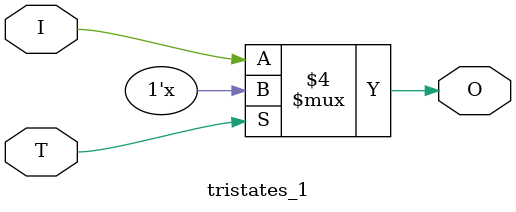
<source format=v>
module tristates_1 (T, I, O);
input  T, I;
output O;
reg    O;

always @(T or I)
begin
  if (~T)
    O = I;
  else
   O = 1'bZ;
end

endmodule

</source>
